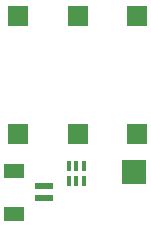
<source format=gbr>
%TF.GenerationSoftware,KiCad,Pcbnew,9.0.0*%
%TF.CreationDate,2025-03-16T05:21:04+01:00*%
%TF.ProjectId,IngestibleCapsule-Antennae,496e6765-7374-4696-926c-654361707375,rev?*%
%TF.SameCoordinates,Original*%
%TF.FileFunction,Soldermask,Top*%
%TF.FilePolarity,Negative*%
%FSLAX46Y46*%
G04 Gerber Fmt 4.6, Leading zero omitted, Abs format (unit mm)*
G04 Created by KiCad (PCBNEW 9.0.0) date 2025-03-16 05:21:04*
%MOMM*%
%LPD*%
G01*
G04 APERTURE LIST*
%ADD10R,0.304800X0.812800*%
%ADD11R,1.550000X0.600000*%
%ADD12R,1.800000X1.200000*%
%ADD13R,2.000000X2.000000*%
%ADD14R,1.803400X1.803400*%
G04 APERTURE END LIST*
D10*
%TO.C,U1*%
X80660000Y-52980002D03*
X80010001Y-52980002D03*
X79360002Y-52980002D03*
X79360002Y-54280000D03*
X80010001Y-54280000D03*
X80660000Y-54280000D03*
%TD*%
D11*
%TO.C,J2*%
X77277000Y-54720000D03*
X77277000Y-55720000D03*
D12*
X74752000Y-53420000D03*
X74752000Y-57020000D03*
%TD*%
D13*
%TO.C,TP1*%
X84900000Y-53510000D03*
%TD*%
D14*
%TO.C,AE1*%
X80110000Y-50313800D03*
X85110000Y-50313800D03*
X85110000Y-40306200D03*
X80110000Y-40306200D03*
X75110000Y-40306200D03*
X75110000Y-50313800D03*
%TD*%
M02*

</source>
